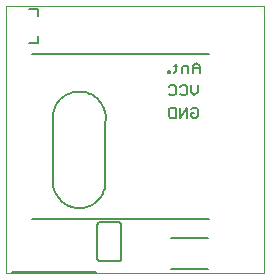
<source format=gbo>
G75*
G70*
%OFA0B0*%
%FSLAX24Y24*%
%IPPOS*%
%LPD*%
%AMOC8*
5,1,8,0,0,1.08239X$1,22.5*
%
%ADD10C,0.0000*%
%ADD11C,0.0050*%
%ADD12C,0.0060*%
%ADD13C,0.0080*%
D10*
X000750Y000969D02*
X000750Y009869D01*
X009350Y009869D01*
X009350Y000969D01*
X000750Y000969D01*
D11*
X000950Y001019D02*
X003750Y001019D01*
X001597Y002763D02*
X007503Y002763D01*
X004050Y004019D02*
X004050Y006019D01*
X004056Y006077D01*
X004059Y006135D01*
X004058Y006193D01*
X004052Y006251D01*
X004044Y006309D01*
X004031Y006366D01*
X004014Y006421D01*
X003994Y006476D01*
X003971Y006529D01*
X003944Y006581D01*
X003913Y006630D01*
X003879Y006678D01*
X003843Y006723D01*
X003803Y006766D01*
X003761Y006806D01*
X003716Y006843D01*
X003669Y006877D01*
X003620Y006908D01*
X003568Y006936D01*
X003515Y006960D01*
X003461Y006980D01*
X003405Y006997D01*
X003349Y007011D01*
X003291Y007020D01*
X003233Y007026D01*
X003175Y007028D01*
X003117Y007026D01*
X003059Y007020D01*
X003001Y007011D01*
X002945Y006997D01*
X002889Y006980D01*
X002835Y006960D01*
X002782Y006936D01*
X002730Y006908D01*
X002681Y006877D01*
X002634Y006843D01*
X002589Y006806D01*
X002547Y006766D01*
X002507Y006723D01*
X002471Y006678D01*
X002437Y006630D01*
X002406Y006581D01*
X002379Y006529D01*
X002356Y006476D01*
X002336Y006421D01*
X002319Y006366D01*
X002306Y006309D01*
X002298Y006251D01*
X002292Y006193D01*
X002291Y006135D01*
X002294Y006077D01*
X002300Y006019D01*
X002300Y004019D01*
X002302Y003961D01*
X002308Y003902D01*
X002318Y003845D01*
X002331Y003788D01*
X002348Y003732D01*
X002369Y003677D01*
X002394Y003624D01*
X002422Y003573D01*
X002454Y003524D01*
X002488Y003477D01*
X002526Y003432D01*
X002567Y003390D01*
X002610Y003351D01*
X002656Y003315D01*
X002704Y003281D01*
X002754Y003252D01*
X002807Y003225D01*
X002861Y003202D01*
X002916Y003183D01*
X002972Y003168D01*
X003029Y003156D01*
X003087Y003148D01*
X003146Y003144D01*
X003204Y003144D01*
X003263Y003148D01*
X003321Y003156D01*
X003378Y003168D01*
X003434Y003183D01*
X003489Y003202D01*
X003543Y003225D01*
X003596Y003252D01*
X003646Y003281D01*
X003694Y003315D01*
X003740Y003351D01*
X003783Y003390D01*
X003824Y003432D01*
X003862Y003477D01*
X003896Y003524D01*
X003928Y003573D01*
X003956Y003624D01*
X003981Y003677D01*
X004002Y003732D01*
X004019Y003788D01*
X004032Y003845D01*
X004042Y003902D01*
X004048Y003961D01*
X004050Y004019D01*
X001597Y008275D02*
X007503Y008275D01*
D12*
X007186Y007876D02*
X007073Y007989D01*
X006959Y007876D01*
X006959Y007649D01*
X006959Y007819D02*
X007186Y007819D01*
X007186Y007876D02*
X007186Y007649D01*
X007125Y007239D02*
X007125Y007012D01*
X007012Y006899D01*
X006898Y007012D01*
X006898Y007239D01*
X006757Y007182D02*
X006757Y006956D01*
X006700Y006899D01*
X006586Y006899D01*
X006530Y006956D01*
X006388Y006956D02*
X006332Y006899D01*
X006218Y006899D01*
X006161Y006956D01*
X006161Y007182D02*
X006218Y007239D01*
X006332Y007239D01*
X006388Y007182D01*
X006388Y006956D01*
X006530Y007182D02*
X006586Y007239D01*
X006700Y007239D01*
X006757Y007182D01*
X006818Y007649D02*
X006818Y007876D01*
X006648Y007876D01*
X006591Y007819D01*
X006591Y007649D01*
X006393Y007706D02*
X006336Y007649D01*
X006393Y007706D02*
X006393Y007932D01*
X006450Y007876D02*
X006336Y007876D01*
X006204Y007706D02*
X006147Y007706D01*
X006147Y007649D01*
X006204Y007649D01*
X006204Y007706D01*
X006218Y006489D02*
X006388Y006489D01*
X006388Y006149D01*
X006218Y006149D01*
X006161Y006206D01*
X006161Y006432D01*
X006218Y006489D01*
X006530Y006489D02*
X006530Y006149D01*
X006757Y006489D01*
X006757Y006149D01*
X006898Y006206D02*
X006898Y006319D01*
X007012Y006319D01*
X007125Y006206D02*
X007068Y006149D01*
X006955Y006149D01*
X006898Y006206D01*
X006898Y006432D02*
X006955Y006489D01*
X007068Y006489D01*
X007125Y006432D01*
X007125Y006206D01*
X004480Y002679D02*
X003880Y002679D01*
X003863Y002677D01*
X003846Y002673D01*
X003830Y002666D01*
X003816Y002656D01*
X003803Y002643D01*
X003793Y002629D01*
X003786Y002613D01*
X003782Y002596D01*
X003780Y002579D01*
X003780Y001479D01*
X003782Y001462D01*
X003786Y001445D01*
X003793Y001429D01*
X003803Y001415D01*
X003816Y001402D01*
X003830Y001392D01*
X003846Y001385D01*
X003863Y001381D01*
X003880Y001379D01*
X004480Y001379D01*
X004497Y001381D01*
X004514Y001385D01*
X004530Y001392D01*
X004544Y001402D01*
X004557Y001415D01*
X004567Y001429D01*
X004574Y001445D01*
X004578Y001462D01*
X004580Y001479D01*
X004580Y002579D01*
X004578Y002596D01*
X004574Y002613D01*
X004567Y002629D01*
X004557Y002643D01*
X004544Y002656D01*
X004530Y002666D01*
X004514Y002673D01*
X004497Y002677D01*
X004480Y002679D01*
X001810Y008659D02*
X001490Y008659D01*
X001810Y008659D02*
X001810Y008879D01*
X001810Y009559D02*
X001810Y009779D01*
X001490Y009779D01*
D13*
X006220Y002131D02*
X007480Y002131D01*
X007480Y001107D02*
X006220Y001107D01*
M02*

</source>
